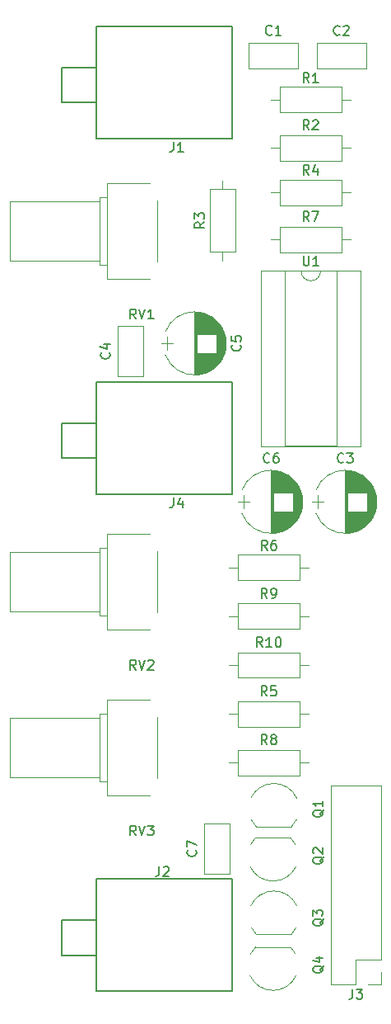
<source format=gbr>
G04 #@! TF.GenerationSoftware,KiCad,Pcbnew,(5.1.5)-3*
G04 #@! TF.CreationDate,2020-08-10T17:18:32-07:00*
G04 #@! TF.ProjectId,Notch_Filter_THT,4e6f7463-685f-4466-996c-7465725f5448,rev?*
G04 #@! TF.SameCoordinates,Original*
G04 #@! TF.FileFunction,Legend,Top*
G04 #@! TF.FilePolarity,Positive*
%FSLAX46Y46*%
G04 Gerber Fmt 4.6, Leading zero omitted, Abs format (unit mm)*
G04 Created by KiCad (PCBNEW (5.1.5)-3) date 2020-08-10 17:18:32*
%MOMM*%
%LPD*%
G04 APERTURE LIST*
%ADD10C,0.120000*%
%ADD11C,0.150000*%
G04 APERTURE END LIST*
D10*
X17980000Y-8000000D02*
X18870000Y-8000000D01*
X26180000Y-8000000D02*
X25290000Y-8000000D01*
X18870000Y-9310000D02*
X25290000Y-9310000D01*
X18870000Y-6690000D02*
X18870000Y-9310000D01*
X25290000Y-6690000D02*
X18870000Y-6690000D01*
X25290000Y-9310000D02*
X25290000Y-6690000D01*
X27238000Y-25534000D02*
X16958000Y-25534000D01*
X27238000Y-43554000D02*
X27238000Y-25534000D01*
X16958000Y-43554000D02*
X27238000Y-43554000D01*
X16958000Y-25534000D02*
X16958000Y-43554000D01*
X24748000Y-25594000D02*
X23098000Y-25594000D01*
X24748000Y-43494000D02*
X24748000Y-25594000D01*
X19448000Y-43494000D02*
X24748000Y-43494000D01*
X19448000Y-25594000D02*
X19448000Y-43494000D01*
X21098000Y-25594000D02*
X19448000Y-25594000D01*
X23098000Y-25594000D02*
G75*
G02X21098000Y-25594000I-1000000J0D01*
G01*
D11*
X0Y-88000000D02*
X14000000Y-88000000D01*
X14000000Y-88000000D02*
X14000000Y-99500000D01*
X14000000Y-99500000D02*
X0Y-99500000D01*
X0Y-99500000D02*
X0Y-88000000D01*
X0Y-92200000D02*
X-3500000Y-92200000D01*
X-3500000Y-92200000D02*
X-3500000Y-95800000D01*
X0Y-95800000D02*
X-3500000Y-95800000D01*
X0Y-500000D02*
X14000000Y-500000D01*
X14000000Y-500000D02*
X14000000Y-12000000D01*
X14000000Y-12000000D02*
X0Y-12000000D01*
X0Y-12000000D02*
X0Y-500000D01*
X0Y-4700000D02*
X-3500000Y-4700000D01*
X-3500000Y-4700000D02*
X-3500000Y-8300000D01*
X0Y-8300000D02*
X-3500000Y-8300000D01*
D10*
X29330000Y-98830000D02*
X28000000Y-98830000D01*
X29330000Y-97500000D02*
X29330000Y-98830000D01*
X26730000Y-98830000D02*
X24130000Y-98830000D01*
X26730000Y-96230000D02*
X26730000Y-98830000D01*
X29330000Y-96230000D02*
X26730000Y-96230000D01*
X24130000Y-98830000D02*
X24130000Y-78390000D01*
X29330000Y-96230000D02*
X29330000Y-78390000D01*
X29330000Y-78390000D02*
X24130000Y-78390000D01*
D11*
X0Y-44800000D02*
X-3500000Y-44800000D01*
X-3500000Y-41200000D02*
X-3500000Y-44800000D01*
X0Y-41200000D02*
X-3500000Y-41200000D01*
X0Y-48500000D02*
X0Y-37000000D01*
X14000000Y-48500000D02*
X0Y-48500000D01*
X14000000Y-37000000D02*
X14000000Y-48500000D01*
X0Y-37000000D02*
X14000000Y-37000000D01*
D10*
X16484000Y-82622000D02*
X20084000Y-82622000D01*
X15959816Y-81894795D02*
G75*
G03X16484000Y-82622000I2324184J1122795D01*
G01*
X15927600Y-79673193D02*
G75*
G02X18284000Y-78172000I2356400J-1098807D01*
G01*
X20640400Y-79673193D02*
G75*
G03X18284000Y-78172000I-2356400J-1098807D01*
G01*
X20608184Y-81894795D02*
G75*
G02X20084000Y-82622000I-2324184J1122795D01*
G01*
X15879816Y-84475205D02*
G75*
G02X16404000Y-83748000I2324184J-1122795D01*
G01*
X15847600Y-86696807D02*
G75*
G03X18204000Y-88198000I2356400J1098807D01*
G01*
X20560400Y-86696807D02*
G75*
G02X18204000Y-88198000I-2356400J1098807D01*
G01*
X20528184Y-84475205D02*
G75*
G03X20004000Y-83748000I-2324184J-1122795D01*
G01*
X20004000Y-83748000D02*
X16404000Y-83748000D01*
X16484000Y-93660000D02*
X20084000Y-93660000D01*
X15959816Y-92932795D02*
G75*
G03X16484000Y-93660000I2324184J1122795D01*
G01*
X15927600Y-90711193D02*
G75*
G02X18284000Y-89210000I2356400J-1098807D01*
G01*
X20640400Y-90711193D02*
G75*
G03X18284000Y-89210000I-2356400J-1098807D01*
G01*
X20608184Y-92932795D02*
G75*
G02X20084000Y-93660000I-2324184J1122795D01*
G01*
X15879816Y-95687205D02*
G75*
G02X16404000Y-94960000I2324184J-1122795D01*
G01*
X15847600Y-97908807D02*
G75*
G03X18204000Y-99410000I2356400J1098807D01*
G01*
X20560400Y-97908807D02*
G75*
G02X18204000Y-99410000I-2356400J1098807D01*
G01*
X20528184Y-95687205D02*
G75*
G03X20004000Y-94960000I-2324184J-1122795D01*
G01*
X20004000Y-94960000D02*
X16404000Y-94960000D01*
X20810000Y-4810000D02*
X15690000Y-4810000D01*
X20810000Y-2190000D02*
X15690000Y-2190000D01*
X20810000Y-4810000D02*
X20810000Y-2190000D01*
X15690000Y-4810000D02*
X15690000Y-2190000D01*
X27810000Y-4810000D02*
X22690000Y-4810000D01*
X27810000Y-2190000D02*
X22690000Y-2190000D01*
X27810000Y-4810000D02*
X27810000Y-2190000D01*
X22690000Y-4810000D02*
X22690000Y-2190000D01*
X22784000Y-48626000D02*
X22784000Y-49926000D01*
X22184000Y-49276000D02*
X23384000Y-49276000D01*
X28835000Y-48808000D02*
X28835000Y-49744000D01*
X28795000Y-48600000D02*
X28795000Y-49952000D01*
X28755000Y-48442000D02*
X28755000Y-50110000D01*
X28715000Y-48310000D02*
X28715000Y-50242000D01*
X28675000Y-48195000D02*
X28675000Y-50357000D01*
X28635000Y-48092000D02*
X28635000Y-50460000D01*
X28595000Y-47998000D02*
X28595000Y-50554000D01*
X28555000Y-47912000D02*
X28555000Y-50640000D01*
X28515000Y-47831000D02*
X28515000Y-50721000D01*
X28475000Y-47756000D02*
X28475000Y-50796000D01*
X28435000Y-47685000D02*
X28435000Y-50867000D01*
X28395000Y-47618000D02*
X28395000Y-50934000D01*
X28355000Y-47555000D02*
X28355000Y-50997000D01*
X28315000Y-47495000D02*
X28315000Y-51057000D01*
X28275000Y-47437000D02*
X28275000Y-51115000D01*
X28235000Y-47382000D02*
X28235000Y-51170000D01*
X28195000Y-47330000D02*
X28195000Y-51222000D01*
X28155000Y-47279000D02*
X28155000Y-51273000D01*
X28115000Y-47231000D02*
X28115000Y-51321000D01*
X28075000Y-47184000D02*
X28075000Y-51368000D01*
X28035000Y-47139000D02*
X28035000Y-51413000D01*
X27995000Y-47096000D02*
X27995000Y-51456000D01*
X27955000Y-47054000D02*
X27955000Y-51498000D01*
X27915000Y-47014000D02*
X27915000Y-51538000D01*
X27875000Y-46975000D02*
X27875000Y-51577000D01*
X27835000Y-50256000D02*
X27835000Y-51615000D01*
X27835000Y-46937000D02*
X27835000Y-48296000D01*
X27795000Y-50256000D02*
X27795000Y-51651000D01*
X27795000Y-46901000D02*
X27795000Y-48296000D01*
X27755000Y-50256000D02*
X27755000Y-51687000D01*
X27755000Y-46865000D02*
X27755000Y-48296000D01*
X27715000Y-50256000D02*
X27715000Y-51721000D01*
X27715000Y-46831000D02*
X27715000Y-48296000D01*
X27675000Y-50256000D02*
X27675000Y-51754000D01*
X27675000Y-46798000D02*
X27675000Y-48296000D01*
X27635000Y-50256000D02*
X27635000Y-51786000D01*
X27635000Y-46766000D02*
X27635000Y-48296000D01*
X27595000Y-50256000D02*
X27595000Y-51816000D01*
X27595000Y-46736000D02*
X27595000Y-48296000D01*
X27555000Y-50256000D02*
X27555000Y-51846000D01*
X27555000Y-46706000D02*
X27555000Y-48296000D01*
X27515000Y-50256000D02*
X27515000Y-51875000D01*
X27515000Y-46677000D02*
X27515000Y-48296000D01*
X27475000Y-50256000D02*
X27475000Y-51903000D01*
X27475000Y-46649000D02*
X27475000Y-48296000D01*
X27435000Y-50256000D02*
X27435000Y-51930000D01*
X27435000Y-46622000D02*
X27435000Y-48296000D01*
X27395000Y-50256000D02*
X27395000Y-51957000D01*
X27395000Y-46595000D02*
X27395000Y-48296000D01*
X27355000Y-50256000D02*
X27355000Y-51982000D01*
X27355000Y-46570000D02*
X27355000Y-48296000D01*
X27315000Y-50256000D02*
X27315000Y-52007000D01*
X27315000Y-46545000D02*
X27315000Y-48296000D01*
X27275000Y-50256000D02*
X27275000Y-52031000D01*
X27275000Y-46521000D02*
X27275000Y-48296000D01*
X27235000Y-50256000D02*
X27235000Y-52054000D01*
X27235000Y-46498000D02*
X27235000Y-48296000D01*
X27195000Y-50256000D02*
X27195000Y-52076000D01*
X27195000Y-46476000D02*
X27195000Y-48296000D01*
X27155000Y-50256000D02*
X27155000Y-52098000D01*
X27155000Y-46454000D02*
X27155000Y-48296000D01*
X27115000Y-50256000D02*
X27115000Y-52119000D01*
X27115000Y-46433000D02*
X27115000Y-48296000D01*
X27075000Y-50256000D02*
X27075000Y-52139000D01*
X27075000Y-46413000D02*
X27075000Y-48296000D01*
X27035000Y-50256000D02*
X27035000Y-52158000D01*
X27035000Y-46394000D02*
X27035000Y-48296000D01*
X26995000Y-50256000D02*
X26995000Y-52177000D01*
X26995000Y-46375000D02*
X26995000Y-48296000D01*
X26955000Y-50256000D02*
X26955000Y-52195000D01*
X26955000Y-46357000D02*
X26955000Y-48296000D01*
X26915000Y-50256000D02*
X26915000Y-52213000D01*
X26915000Y-46339000D02*
X26915000Y-48296000D01*
X26875000Y-50256000D02*
X26875000Y-52230000D01*
X26875000Y-46322000D02*
X26875000Y-48296000D01*
X26835000Y-50256000D02*
X26835000Y-52246000D01*
X26835000Y-46306000D02*
X26835000Y-48296000D01*
X26795000Y-50256000D02*
X26795000Y-52262000D01*
X26795000Y-46290000D02*
X26795000Y-48296000D01*
X26755000Y-50256000D02*
X26755000Y-52277000D01*
X26755000Y-46275000D02*
X26755000Y-48296000D01*
X26715000Y-50256000D02*
X26715000Y-52291000D01*
X26715000Y-46261000D02*
X26715000Y-48296000D01*
X26675000Y-50256000D02*
X26675000Y-52305000D01*
X26675000Y-46247000D02*
X26675000Y-48296000D01*
X26635000Y-50256000D02*
X26635000Y-52318000D01*
X26635000Y-46234000D02*
X26635000Y-48296000D01*
X26595000Y-50256000D02*
X26595000Y-52331000D01*
X26595000Y-46221000D02*
X26595000Y-48296000D01*
X26555000Y-50256000D02*
X26555000Y-52343000D01*
X26555000Y-46209000D02*
X26555000Y-48296000D01*
X26515000Y-50256000D02*
X26515000Y-52355000D01*
X26515000Y-46197000D02*
X26515000Y-48296000D01*
X26475000Y-50256000D02*
X26475000Y-52366000D01*
X26475000Y-46186000D02*
X26475000Y-48296000D01*
X26435000Y-50256000D02*
X26435000Y-52376000D01*
X26435000Y-46176000D02*
X26435000Y-48296000D01*
X26395000Y-50256000D02*
X26395000Y-52386000D01*
X26395000Y-46166000D02*
X26395000Y-48296000D01*
X26355000Y-50256000D02*
X26355000Y-52395000D01*
X26355000Y-46157000D02*
X26355000Y-48296000D01*
X26314000Y-50256000D02*
X26314000Y-52404000D01*
X26314000Y-46148000D02*
X26314000Y-48296000D01*
X26274000Y-50256000D02*
X26274000Y-52413000D01*
X26274000Y-46139000D02*
X26274000Y-48296000D01*
X26234000Y-50256000D02*
X26234000Y-52420000D01*
X26234000Y-46132000D02*
X26234000Y-48296000D01*
X26194000Y-50256000D02*
X26194000Y-52428000D01*
X26194000Y-46124000D02*
X26194000Y-48296000D01*
X26154000Y-50256000D02*
X26154000Y-52434000D01*
X26154000Y-46118000D02*
X26154000Y-48296000D01*
X26114000Y-50256000D02*
X26114000Y-52441000D01*
X26114000Y-46111000D02*
X26114000Y-48296000D01*
X26074000Y-50256000D02*
X26074000Y-52446000D01*
X26074000Y-46106000D02*
X26074000Y-48296000D01*
X26034000Y-50256000D02*
X26034000Y-52452000D01*
X26034000Y-46100000D02*
X26034000Y-48296000D01*
X25994000Y-50256000D02*
X25994000Y-52456000D01*
X25994000Y-46096000D02*
X25994000Y-48296000D01*
X25954000Y-50256000D02*
X25954000Y-52461000D01*
X25954000Y-46091000D02*
X25954000Y-48296000D01*
X25914000Y-50256000D02*
X25914000Y-52464000D01*
X25914000Y-46088000D02*
X25914000Y-48296000D01*
X25874000Y-46084000D02*
X25874000Y-52468000D01*
X25834000Y-46082000D02*
X25834000Y-52470000D01*
X25794000Y-46079000D02*
X25794000Y-52473000D01*
X25754000Y-46078000D02*
X25754000Y-52474000D01*
X25714000Y-46076000D02*
X25714000Y-52476000D01*
X25674000Y-46076000D02*
X25674000Y-52476000D01*
X25634000Y-46076000D02*
X25634000Y-52476000D01*
X28651820Y-50455136D02*
G75*
G03X28651482Y-48096000I-3017820J1179136D01*
G01*
X28651820Y-50455136D02*
G75*
G02X22616518Y-50456000I-3017820J1179136D01*
G01*
X28651820Y-48096864D02*
G75*
G03X22616518Y-48096000I-3017820J-1179136D01*
G01*
X2246000Y-31242000D02*
X4866000Y-31242000D01*
X2246000Y-36362000D02*
X4866000Y-36362000D01*
X4866000Y-36362000D02*
X4866000Y-31242000D01*
X2246000Y-36362000D02*
X2246000Y-31242000D01*
X13157820Y-31840864D02*
G75*
G03X7122518Y-31840000I-3017820J-1179136D01*
G01*
X13157820Y-34199136D02*
G75*
G02X7122518Y-34200000I-3017820J1179136D01*
G01*
X13157820Y-34199136D02*
G75*
G03X13157482Y-31840000I-3017820J1179136D01*
G01*
X10140000Y-29820000D02*
X10140000Y-36220000D01*
X10180000Y-29820000D02*
X10180000Y-36220000D01*
X10220000Y-29820000D02*
X10220000Y-36220000D01*
X10260000Y-29822000D02*
X10260000Y-36218000D01*
X10300000Y-29823000D02*
X10300000Y-36217000D01*
X10340000Y-29826000D02*
X10340000Y-36214000D01*
X10380000Y-29828000D02*
X10380000Y-36212000D01*
X10420000Y-29832000D02*
X10420000Y-32040000D01*
X10420000Y-34000000D02*
X10420000Y-36208000D01*
X10460000Y-29835000D02*
X10460000Y-32040000D01*
X10460000Y-34000000D02*
X10460000Y-36205000D01*
X10500000Y-29840000D02*
X10500000Y-32040000D01*
X10500000Y-34000000D02*
X10500000Y-36200000D01*
X10540000Y-29844000D02*
X10540000Y-32040000D01*
X10540000Y-34000000D02*
X10540000Y-36196000D01*
X10580000Y-29850000D02*
X10580000Y-32040000D01*
X10580000Y-34000000D02*
X10580000Y-36190000D01*
X10620000Y-29855000D02*
X10620000Y-32040000D01*
X10620000Y-34000000D02*
X10620000Y-36185000D01*
X10660000Y-29862000D02*
X10660000Y-32040000D01*
X10660000Y-34000000D02*
X10660000Y-36178000D01*
X10700000Y-29868000D02*
X10700000Y-32040000D01*
X10700000Y-34000000D02*
X10700000Y-36172000D01*
X10740000Y-29876000D02*
X10740000Y-32040000D01*
X10740000Y-34000000D02*
X10740000Y-36164000D01*
X10780000Y-29883000D02*
X10780000Y-32040000D01*
X10780000Y-34000000D02*
X10780000Y-36157000D01*
X10820000Y-29892000D02*
X10820000Y-32040000D01*
X10820000Y-34000000D02*
X10820000Y-36148000D01*
X10861000Y-29901000D02*
X10861000Y-32040000D01*
X10861000Y-34000000D02*
X10861000Y-36139000D01*
X10901000Y-29910000D02*
X10901000Y-32040000D01*
X10901000Y-34000000D02*
X10901000Y-36130000D01*
X10941000Y-29920000D02*
X10941000Y-32040000D01*
X10941000Y-34000000D02*
X10941000Y-36120000D01*
X10981000Y-29930000D02*
X10981000Y-32040000D01*
X10981000Y-34000000D02*
X10981000Y-36110000D01*
X11021000Y-29941000D02*
X11021000Y-32040000D01*
X11021000Y-34000000D02*
X11021000Y-36099000D01*
X11061000Y-29953000D02*
X11061000Y-32040000D01*
X11061000Y-34000000D02*
X11061000Y-36087000D01*
X11101000Y-29965000D02*
X11101000Y-32040000D01*
X11101000Y-34000000D02*
X11101000Y-36075000D01*
X11141000Y-29978000D02*
X11141000Y-32040000D01*
X11141000Y-34000000D02*
X11141000Y-36062000D01*
X11181000Y-29991000D02*
X11181000Y-32040000D01*
X11181000Y-34000000D02*
X11181000Y-36049000D01*
X11221000Y-30005000D02*
X11221000Y-32040000D01*
X11221000Y-34000000D02*
X11221000Y-36035000D01*
X11261000Y-30019000D02*
X11261000Y-32040000D01*
X11261000Y-34000000D02*
X11261000Y-36021000D01*
X11301000Y-30034000D02*
X11301000Y-32040000D01*
X11301000Y-34000000D02*
X11301000Y-36006000D01*
X11341000Y-30050000D02*
X11341000Y-32040000D01*
X11341000Y-34000000D02*
X11341000Y-35990000D01*
X11381000Y-30066000D02*
X11381000Y-32040000D01*
X11381000Y-34000000D02*
X11381000Y-35974000D01*
X11421000Y-30083000D02*
X11421000Y-32040000D01*
X11421000Y-34000000D02*
X11421000Y-35957000D01*
X11461000Y-30101000D02*
X11461000Y-32040000D01*
X11461000Y-34000000D02*
X11461000Y-35939000D01*
X11501000Y-30119000D02*
X11501000Y-32040000D01*
X11501000Y-34000000D02*
X11501000Y-35921000D01*
X11541000Y-30138000D02*
X11541000Y-32040000D01*
X11541000Y-34000000D02*
X11541000Y-35902000D01*
X11581000Y-30157000D02*
X11581000Y-32040000D01*
X11581000Y-34000000D02*
X11581000Y-35883000D01*
X11621000Y-30177000D02*
X11621000Y-32040000D01*
X11621000Y-34000000D02*
X11621000Y-35863000D01*
X11661000Y-30198000D02*
X11661000Y-32040000D01*
X11661000Y-34000000D02*
X11661000Y-35842000D01*
X11701000Y-30220000D02*
X11701000Y-32040000D01*
X11701000Y-34000000D02*
X11701000Y-35820000D01*
X11741000Y-30242000D02*
X11741000Y-32040000D01*
X11741000Y-34000000D02*
X11741000Y-35798000D01*
X11781000Y-30265000D02*
X11781000Y-32040000D01*
X11781000Y-34000000D02*
X11781000Y-35775000D01*
X11821000Y-30289000D02*
X11821000Y-32040000D01*
X11821000Y-34000000D02*
X11821000Y-35751000D01*
X11861000Y-30314000D02*
X11861000Y-32040000D01*
X11861000Y-34000000D02*
X11861000Y-35726000D01*
X11901000Y-30339000D02*
X11901000Y-32040000D01*
X11901000Y-34000000D02*
X11901000Y-35701000D01*
X11941000Y-30366000D02*
X11941000Y-32040000D01*
X11941000Y-34000000D02*
X11941000Y-35674000D01*
X11981000Y-30393000D02*
X11981000Y-32040000D01*
X11981000Y-34000000D02*
X11981000Y-35647000D01*
X12021000Y-30421000D02*
X12021000Y-32040000D01*
X12021000Y-34000000D02*
X12021000Y-35619000D01*
X12061000Y-30450000D02*
X12061000Y-32040000D01*
X12061000Y-34000000D02*
X12061000Y-35590000D01*
X12101000Y-30480000D02*
X12101000Y-32040000D01*
X12101000Y-34000000D02*
X12101000Y-35560000D01*
X12141000Y-30510000D02*
X12141000Y-32040000D01*
X12141000Y-34000000D02*
X12141000Y-35530000D01*
X12181000Y-30542000D02*
X12181000Y-32040000D01*
X12181000Y-34000000D02*
X12181000Y-35498000D01*
X12221000Y-30575000D02*
X12221000Y-32040000D01*
X12221000Y-34000000D02*
X12221000Y-35465000D01*
X12261000Y-30609000D02*
X12261000Y-32040000D01*
X12261000Y-34000000D02*
X12261000Y-35431000D01*
X12301000Y-30645000D02*
X12301000Y-32040000D01*
X12301000Y-34000000D02*
X12301000Y-35395000D01*
X12341000Y-30681000D02*
X12341000Y-32040000D01*
X12341000Y-34000000D02*
X12341000Y-35359000D01*
X12381000Y-30719000D02*
X12381000Y-35321000D01*
X12421000Y-30758000D02*
X12421000Y-35282000D01*
X12461000Y-30798000D02*
X12461000Y-35242000D01*
X12501000Y-30840000D02*
X12501000Y-35200000D01*
X12541000Y-30883000D02*
X12541000Y-35157000D01*
X12581000Y-30928000D02*
X12581000Y-35112000D01*
X12621000Y-30975000D02*
X12621000Y-35065000D01*
X12661000Y-31023000D02*
X12661000Y-35017000D01*
X12701000Y-31074000D02*
X12701000Y-34966000D01*
X12741000Y-31126000D02*
X12741000Y-34914000D01*
X12781000Y-31181000D02*
X12781000Y-34859000D01*
X12821000Y-31239000D02*
X12821000Y-34801000D01*
X12861000Y-31299000D02*
X12861000Y-34741000D01*
X12901000Y-31362000D02*
X12901000Y-34678000D01*
X12941000Y-31429000D02*
X12941000Y-34611000D01*
X12981000Y-31500000D02*
X12981000Y-34540000D01*
X13021000Y-31575000D02*
X13021000Y-34465000D01*
X13061000Y-31656000D02*
X13061000Y-34384000D01*
X13101000Y-31742000D02*
X13101000Y-34298000D01*
X13141000Y-31836000D02*
X13141000Y-34204000D01*
X13181000Y-31939000D02*
X13181000Y-34101000D01*
X13221000Y-32054000D02*
X13221000Y-33986000D01*
X13261000Y-32186000D02*
X13261000Y-33854000D01*
X13301000Y-32344000D02*
X13301000Y-33696000D01*
X13341000Y-32552000D02*
X13341000Y-33488000D01*
X6690000Y-33020000D02*
X7890000Y-33020000D01*
X7290000Y-32370000D02*
X7290000Y-33670000D01*
X15164000Y-48626000D02*
X15164000Y-49926000D01*
X14564000Y-49276000D02*
X15764000Y-49276000D01*
X21215000Y-48808000D02*
X21215000Y-49744000D01*
X21175000Y-48600000D02*
X21175000Y-49952000D01*
X21135000Y-48442000D02*
X21135000Y-50110000D01*
X21095000Y-48310000D02*
X21095000Y-50242000D01*
X21055000Y-48195000D02*
X21055000Y-50357000D01*
X21015000Y-48092000D02*
X21015000Y-50460000D01*
X20975000Y-47998000D02*
X20975000Y-50554000D01*
X20935000Y-47912000D02*
X20935000Y-50640000D01*
X20895000Y-47831000D02*
X20895000Y-50721000D01*
X20855000Y-47756000D02*
X20855000Y-50796000D01*
X20815000Y-47685000D02*
X20815000Y-50867000D01*
X20775000Y-47618000D02*
X20775000Y-50934000D01*
X20735000Y-47555000D02*
X20735000Y-50997000D01*
X20695000Y-47495000D02*
X20695000Y-51057000D01*
X20655000Y-47437000D02*
X20655000Y-51115000D01*
X20615000Y-47382000D02*
X20615000Y-51170000D01*
X20575000Y-47330000D02*
X20575000Y-51222000D01*
X20535000Y-47279000D02*
X20535000Y-51273000D01*
X20495000Y-47231000D02*
X20495000Y-51321000D01*
X20455000Y-47184000D02*
X20455000Y-51368000D01*
X20415000Y-47139000D02*
X20415000Y-51413000D01*
X20375000Y-47096000D02*
X20375000Y-51456000D01*
X20335000Y-47054000D02*
X20335000Y-51498000D01*
X20295000Y-47014000D02*
X20295000Y-51538000D01*
X20255000Y-46975000D02*
X20255000Y-51577000D01*
X20215000Y-50256000D02*
X20215000Y-51615000D01*
X20215000Y-46937000D02*
X20215000Y-48296000D01*
X20175000Y-50256000D02*
X20175000Y-51651000D01*
X20175000Y-46901000D02*
X20175000Y-48296000D01*
X20135000Y-50256000D02*
X20135000Y-51687000D01*
X20135000Y-46865000D02*
X20135000Y-48296000D01*
X20095000Y-50256000D02*
X20095000Y-51721000D01*
X20095000Y-46831000D02*
X20095000Y-48296000D01*
X20055000Y-50256000D02*
X20055000Y-51754000D01*
X20055000Y-46798000D02*
X20055000Y-48296000D01*
X20015000Y-50256000D02*
X20015000Y-51786000D01*
X20015000Y-46766000D02*
X20015000Y-48296000D01*
X19975000Y-50256000D02*
X19975000Y-51816000D01*
X19975000Y-46736000D02*
X19975000Y-48296000D01*
X19935000Y-50256000D02*
X19935000Y-51846000D01*
X19935000Y-46706000D02*
X19935000Y-48296000D01*
X19895000Y-50256000D02*
X19895000Y-51875000D01*
X19895000Y-46677000D02*
X19895000Y-48296000D01*
X19855000Y-50256000D02*
X19855000Y-51903000D01*
X19855000Y-46649000D02*
X19855000Y-48296000D01*
X19815000Y-50256000D02*
X19815000Y-51930000D01*
X19815000Y-46622000D02*
X19815000Y-48296000D01*
X19775000Y-50256000D02*
X19775000Y-51957000D01*
X19775000Y-46595000D02*
X19775000Y-48296000D01*
X19735000Y-50256000D02*
X19735000Y-51982000D01*
X19735000Y-46570000D02*
X19735000Y-48296000D01*
X19695000Y-50256000D02*
X19695000Y-52007000D01*
X19695000Y-46545000D02*
X19695000Y-48296000D01*
X19655000Y-50256000D02*
X19655000Y-52031000D01*
X19655000Y-46521000D02*
X19655000Y-48296000D01*
X19615000Y-50256000D02*
X19615000Y-52054000D01*
X19615000Y-46498000D02*
X19615000Y-48296000D01*
X19575000Y-50256000D02*
X19575000Y-52076000D01*
X19575000Y-46476000D02*
X19575000Y-48296000D01*
X19535000Y-50256000D02*
X19535000Y-52098000D01*
X19535000Y-46454000D02*
X19535000Y-48296000D01*
X19495000Y-50256000D02*
X19495000Y-52119000D01*
X19495000Y-46433000D02*
X19495000Y-48296000D01*
X19455000Y-50256000D02*
X19455000Y-52139000D01*
X19455000Y-46413000D02*
X19455000Y-48296000D01*
X19415000Y-50256000D02*
X19415000Y-52158000D01*
X19415000Y-46394000D02*
X19415000Y-48296000D01*
X19375000Y-50256000D02*
X19375000Y-52177000D01*
X19375000Y-46375000D02*
X19375000Y-48296000D01*
X19335000Y-50256000D02*
X19335000Y-52195000D01*
X19335000Y-46357000D02*
X19335000Y-48296000D01*
X19295000Y-50256000D02*
X19295000Y-52213000D01*
X19295000Y-46339000D02*
X19295000Y-48296000D01*
X19255000Y-50256000D02*
X19255000Y-52230000D01*
X19255000Y-46322000D02*
X19255000Y-48296000D01*
X19215000Y-50256000D02*
X19215000Y-52246000D01*
X19215000Y-46306000D02*
X19215000Y-48296000D01*
X19175000Y-50256000D02*
X19175000Y-52262000D01*
X19175000Y-46290000D02*
X19175000Y-48296000D01*
X19135000Y-50256000D02*
X19135000Y-52277000D01*
X19135000Y-46275000D02*
X19135000Y-48296000D01*
X19095000Y-50256000D02*
X19095000Y-52291000D01*
X19095000Y-46261000D02*
X19095000Y-48296000D01*
X19055000Y-50256000D02*
X19055000Y-52305000D01*
X19055000Y-46247000D02*
X19055000Y-48296000D01*
X19015000Y-50256000D02*
X19015000Y-52318000D01*
X19015000Y-46234000D02*
X19015000Y-48296000D01*
X18975000Y-50256000D02*
X18975000Y-52331000D01*
X18975000Y-46221000D02*
X18975000Y-48296000D01*
X18935000Y-50256000D02*
X18935000Y-52343000D01*
X18935000Y-46209000D02*
X18935000Y-48296000D01*
X18895000Y-50256000D02*
X18895000Y-52355000D01*
X18895000Y-46197000D02*
X18895000Y-48296000D01*
X18855000Y-50256000D02*
X18855000Y-52366000D01*
X18855000Y-46186000D02*
X18855000Y-48296000D01*
X18815000Y-50256000D02*
X18815000Y-52376000D01*
X18815000Y-46176000D02*
X18815000Y-48296000D01*
X18775000Y-50256000D02*
X18775000Y-52386000D01*
X18775000Y-46166000D02*
X18775000Y-48296000D01*
X18735000Y-50256000D02*
X18735000Y-52395000D01*
X18735000Y-46157000D02*
X18735000Y-48296000D01*
X18694000Y-50256000D02*
X18694000Y-52404000D01*
X18694000Y-46148000D02*
X18694000Y-48296000D01*
X18654000Y-50256000D02*
X18654000Y-52413000D01*
X18654000Y-46139000D02*
X18654000Y-48296000D01*
X18614000Y-50256000D02*
X18614000Y-52420000D01*
X18614000Y-46132000D02*
X18614000Y-48296000D01*
X18574000Y-50256000D02*
X18574000Y-52428000D01*
X18574000Y-46124000D02*
X18574000Y-48296000D01*
X18534000Y-50256000D02*
X18534000Y-52434000D01*
X18534000Y-46118000D02*
X18534000Y-48296000D01*
X18494000Y-50256000D02*
X18494000Y-52441000D01*
X18494000Y-46111000D02*
X18494000Y-48296000D01*
X18454000Y-50256000D02*
X18454000Y-52446000D01*
X18454000Y-46106000D02*
X18454000Y-48296000D01*
X18414000Y-50256000D02*
X18414000Y-52452000D01*
X18414000Y-46100000D02*
X18414000Y-48296000D01*
X18374000Y-50256000D02*
X18374000Y-52456000D01*
X18374000Y-46096000D02*
X18374000Y-48296000D01*
X18334000Y-50256000D02*
X18334000Y-52461000D01*
X18334000Y-46091000D02*
X18334000Y-48296000D01*
X18294000Y-50256000D02*
X18294000Y-52464000D01*
X18294000Y-46088000D02*
X18294000Y-48296000D01*
X18254000Y-46084000D02*
X18254000Y-52468000D01*
X18214000Y-46082000D02*
X18214000Y-52470000D01*
X18174000Y-46079000D02*
X18174000Y-52473000D01*
X18134000Y-46078000D02*
X18134000Y-52474000D01*
X18094000Y-46076000D02*
X18094000Y-52476000D01*
X18054000Y-46076000D02*
X18054000Y-52476000D01*
X18014000Y-46076000D02*
X18014000Y-52476000D01*
X21031820Y-50455136D02*
G75*
G03X21031482Y-48096000I-3017820J1179136D01*
G01*
X21031820Y-50455136D02*
G75*
G02X14996518Y-50456000I-3017820J1179136D01*
G01*
X21031820Y-48096864D02*
G75*
G03X14996518Y-48096000I-3017820J-1179136D01*
G01*
X11136000Y-82296000D02*
X13756000Y-82296000D01*
X11136000Y-87416000D02*
X13756000Y-87416000D01*
X13756000Y-87416000D02*
X13756000Y-82296000D01*
X11136000Y-87416000D02*
X11136000Y-82296000D01*
X26180000Y-12954000D02*
X25290000Y-12954000D01*
X17980000Y-12954000D02*
X18870000Y-12954000D01*
X25290000Y-11644000D02*
X18870000Y-11644000D01*
X25290000Y-14264000D02*
X25290000Y-11644000D01*
X18870000Y-14264000D02*
X25290000Y-14264000D01*
X18870000Y-11644000D02*
X18870000Y-14264000D01*
X13000000Y-16320000D02*
X13000000Y-17210000D01*
X13000000Y-24520000D02*
X13000000Y-23630000D01*
X11690000Y-17210000D02*
X11690000Y-23630000D01*
X14310000Y-17210000D02*
X11690000Y-17210000D01*
X14310000Y-23630000D02*
X14310000Y-17210000D01*
X11690000Y-23630000D02*
X14310000Y-23630000D01*
X25290000Y-18836000D02*
X25290000Y-16216000D01*
X25290000Y-16216000D02*
X18870000Y-16216000D01*
X18870000Y-16216000D02*
X18870000Y-18836000D01*
X18870000Y-18836000D02*
X25290000Y-18836000D01*
X26180000Y-17526000D02*
X25290000Y-17526000D01*
X17980000Y-17526000D02*
X18870000Y-17526000D01*
X13662000Y-71030000D02*
X14552000Y-71030000D01*
X21862000Y-71030000D02*
X20972000Y-71030000D01*
X14552000Y-72340000D02*
X20972000Y-72340000D01*
X14552000Y-69720000D02*
X14552000Y-72340000D01*
X20972000Y-69720000D02*
X14552000Y-69720000D01*
X20972000Y-72340000D02*
X20972000Y-69720000D01*
X20972000Y-57340000D02*
X20972000Y-54720000D01*
X20972000Y-54720000D02*
X14552000Y-54720000D01*
X14552000Y-54720000D02*
X14552000Y-57340000D01*
X14552000Y-57340000D02*
X20972000Y-57340000D01*
X21862000Y-56030000D02*
X20972000Y-56030000D01*
X13662000Y-56030000D02*
X14552000Y-56030000D01*
X18870000Y-21042000D02*
X18870000Y-23662000D01*
X18870000Y-23662000D02*
X25290000Y-23662000D01*
X25290000Y-23662000D02*
X25290000Y-21042000D01*
X25290000Y-21042000D02*
X18870000Y-21042000D01*
X17980000Y-22352000D02*
X18870000Y-22352000D01*
X26180000Y-22352000D02*
X25290000Y-22352000D01*
X14552000Y-74720000D02*
X14552000Y-77340000D01*
X14552000Y-77340000D02*
X20972000Y-77340000D01*
X20972000Y-77340000D02*
X20972000Y-74720000D01*
X20972000Y-74720000D02*
X14552000Y-74720000D01*
X13662000Y-76030000D02*
X14552000Y-76030000D01*
X21862000Y-76030000D02*
X20972000Y-76030000D01*
X21862000Y-61030000D02*
X20972000Y-61030000D01*
X13662000Y-61030000D02*
X14552000Y-61030000D01*
X20972000Y-59720000D02*
X14552000Y-59720000D01*
X20972000Y-62340000D02*
X20972000Y-59720000D01*
X14552000Y-62340000D02*
X20972000Y-62340000D01*
X14552000Y-59720000D02*
X14552000Y-62340000D01*
X14552000Y-64720000D02*
X14552000Y-67340000D01*
X14552000Y-67340000D02*
X20972000Y-67340000D01*
X20972000Y-67340000D02*
X20972000Y-64720000D01*
X20972000Y-64720000D02*
X14552000Y-64720000D01*
X13662000Y-66030000D02*
X14552000Y-66030000D01*
X21862000Y-66030000D02*
X20972000Y-66030000D01*
X5505000Y-26410000D02*
X1140000Y-26410000D01*
X5505000Y-16590000D02*
X1140000Y-16590000D01*
X6260000Y-24625000D02*
X6260000Y-18375000D01*
X1140000Y-26410000D02*
X1140000Y-16590000D01*
X1140000Y-24960000D02*
X340000Y-24960000D01*
X1140000Y-18040000D02*
X340000Y-18040000D01*
X1140000Y-24960000D02*
X1140000Y-18040000D01*
X340000Y-24960000D02*
X340000Y-18040000D01*
X340000Y-24560000D02*
X-8860000Y-24560000D01*
X340000Y-18440000D02*
X-8860000Y-18440000D01*
X340000Y-24560000D02*
X340000Y-18440000D01*
X-8860000Y-24560000D02*
X-8860000Y-18440000D01*
X-8860000Y-60560000D02*
X-8860000Y-54440000D01*
X340000Y-60560000D02*
X340000Y-54440000D01*
X340000Y-54440000D02*
X-8860000Y-54440000D01*
X340000Y-60560000D02*
X-8860000Y-60560000D01*
X340000Y-60960000D02*
X340000Y-54040000D01*
X1140000Y-60960000D02*
X1140000Y-54040000D01*
X1140000Y-54040000D02*
X340000Y-54040000D01*
X1140000Y-60960000D02*
X340000Y-60960000D01*
X1140000Y-62410000D02*
X1140000Y-52590000D01*
X6260000Y-60625000D02*
X6260000Y-54375000D01*
X5505000Y-52590000D02*
X1140000Y-52590000D01*
X5505000Y-62410000D02*
X1140000Y-62410000D01*
X-8860000Y-77560000D02*
X-8860000Y-71440000D01*
X340000Y-77560000D02*
X340000Y-71440000D01*
X340000Y-71440000D02*
X-8860000Y-71440000D01*
X340000Y-77560000D02*
X-8860000Y-77560000D01*
X340000Y-77960000D02*
X340000Y-71040000D01*
X1140000Y-77960000D02*
X1140000Y-71040000D01*
X1140000Y-71040000D02*
X340000Y-71040000D01*
X1140000Y-77960000D02*
X340000Y-77960000D01*
X1140000Y-79410000D02*
X1140000Y-69590000D01*
X6260000Y-77625000D02*
X6260000Y-71375000D01*
X5505000Y-69590000D02*
X1140000Y-69590000D01*
X5505000Y-79410000D02*
X1140000Y-79410000D01*
D11*
X21913333Y-6251200D02*
X21580000Y-5775010D01*
X21341904Y-6251200D02*
X21341904Y-5251200D01*
X21722857Y-5251200D01*
X21818095Y-5298820D01*
X21865714Y-5346439D01*
X21913333Y-5441677D01*
X21913333Y-5584534D01*
X21865714Y-5679772D01*
X21818095Y-5727391D01*
X21722857Y-5775010D01*
X21341904Y-5775010D01*
X22865714Y-6251200D02*
X22294285Y-6251200D01*
X22580000Y-6251200D02*
X22580000Y-5251200D01*
X22484761Y-5394058D01*
X22389523Y-5489296D01*
X22294285Y-5536915D01*
X21336095Y-24046380D02*
X21336095Y-24855904D01*
X21383714Y-24951142D01*
X21431333Y-24998761D01*
X21526571Y-25046380D01*
X21717047Y-25046380D01*
X21812285Y-24998761D01*
X21859904Y-24951142D01*
X21907523Y-24855904D01*
X21907523Y-24046380D01*
X22907523Y-25046380D02*
X22336095Y-25046380D01*
X22621809Y-25046380D02*
X22621809Y-24046380D01*
X22526571Y-24189238D01*
X22431333Y-24284476D01*
X22336095Y-24332095D01*
X6504346Y-86696300D02*
X6504346Y-87410586D01*
X6456727Y-87553443D01*
X6361489Y-87648681D01*
X6218632Y-87696300D01*
X6123394Y-87696300D01*
X6932918Y-86791539D02*
X6980537Y-86743920D01*
X7075775Y-86696300D01*
X7313870Y-86696300D01*
X7409108Y-86743920D01*
X7456727Y-86791539D01*
X7504346Y-86886777D01*
X7504346Y-86982015D01*
X7456727Y-87124872D01*
X6885299Y-87696300D01*
X7504346Y-87696300D01*
X7985166Y-12365880D02*
X7985166Y-13080166D01*
X7937547Y-13223023D01*
X7842309Y-13318261D01*
X7699452Y-13365880D01*
X7604214Y-13365880D01*
X8985166Y-13365880D02*
X8413738Y-13365880D01*
X8699452Y-13365880D02*
X8699452Y-12365880D01*
X8604214Y-12508738D01*
X8508976Y-12603976D01*
X8413738Y-12651595D01*
X26396666Y-99282380D02*
X26396666Y-99996666D01*
X26349047Y-100139523D01*
X26253809Y-100234761D01*
X26110952Y-100282380D01*
X26015714Y-100282380D01*
X26777619Y-99282380D02*
X27396666Y-99282380D01*
X27063333Y-99663333D01*
X27206190Y-99663333D01*
X27301428Y-99710952D01*
X27349047Y-99758571D01*
X27396666Y-99853809D01*
X27396666Y-100091904D01*
X27349047Y-100187142D01*
X27301428Y-100234761D01*
X27206190Y-100282380D01*
X26920476Y-100282380D01*
X26825238Y-100234761D01*
X26777619Y-100187142D01*
X7985166Y-48865880D02*
X7985166Y-49580166D01*
X7937547Y-49723023D01*
X7842309Y-49818261D01*
X7699452Y-49865880D01*
X7604214Y-49865880D01*
X8889928Y-49199214D02*
X8889928Y-49865880D01*
X8651833Y-48818261D02*
X8413738Y-49532547D01*
X9032785Y-49532547D01*
X23407619Y-80867238D02*
X23360000Y-80962476D01*
X23264761Y-81057714D01*
X23121904Y-81200571D01*
X23074285Y-81295809D01*
X23074285Y-81391047D01*
X23312380Y-81343428D02*
X23264761Y-81438666D01*
X23169523Y-81533904D01*
X22979047Y-81581523D01*
X22645714Y-81581523D01*
X22455238Y-81533904D01*
X22360000Y-81438666D01*
X22312380Y-81343428D01*
X22312380Y-81152952D01*
X22360000Y-81057714D01*
X22455238Y-80962476D01*
X22645714Y-80914857D01*
X22979047Y-80914857D01*
X23169523Y-80962476D01*
X23264761Y-81057714D01*
X23312380Y-81152952D01*
X23312380Y-81343428D01*
X23312380Y-79962476D02*
X23312380Y-80533904D01*
X23312380Y-80248190D02*
X22312380Y-80248190D01*
X22455238Y-80343428D01*
X22550476Y-80438666D01*
X22598095Y-80533904D01*
X23407619Y-85687238D02*
X23360000Y-85782476D01*
X23264761Y-85877714D01*
X23121904Y-86020571D01*
X23074285Y-86115809D01*
X23074285Y-86211047D01*
X23312380Y-86163428D02*
X23264761Y-86258666D01*
X23169523Y-86353904D01*
X22979047Y-86401523D01*
X22645714Y-86401523D01*
X22455238Y-86353904D01*
X22360000Y-86258666D01*
X22312380Y-86163428D01*
X22312380Y-85972952D01*
X22360000Y-85877714D01*
X22455238Y-85782476D01*
X22645714Y-85734857D01*
X22979047Y-85734857D01*
X23169523Y-85782476D01*
X23264761Y-85877714D01*
X23312380Y-85972952D01*
X23312380Y-86163428D01*
X22407619Y-85353904D02*
X22360000Y-85306285D01*
X22312380Y-85211047D01*
X22312380Y-84972952D01*
X22360000Y-84877714D01*
X22407619Y-84830095D01*
X22502857Y-84782476D01*
X22598095Y-84782476D01*
X22740952Y-84830095D01*
X23312380Y-85401523D01*
X23312380Y-84782476D01*
X23407619Y-92043238D02*
X23360000Y-92138476D01*
X23264761Y-92233714D01*
X23121904Y-92376571D01*
X23074285Y-92471809D01*
X23074285Y-92567047D01*
X23312380Y-92519428D02*
X23264761Y-92614666D01*
X23169523Y-92709904D01*
X22979047Y-92757523D01*
X22645714Y-92757523D01*
X22455238Y-92709904D01*
X22360000Y-92614666D01*
X22312380Y-92519428D01*
X22312380Y-92328952D01*
X22360000Y-92233714D01*
X22455238Y-92138476D01*
X22645714Y-92090857D01*
X22979047Y-92090857D01*
X23169523Y-92138476D01*
X23264761Y-92233714D01*
X23312380Y-92328952D01*
X23312380Y-92519428D01*
X22312380Y-91757523D02*
X22312380Y-91138476D01*
X22693333Y-91471809D01*
X22693333Y-91328952D01*
X22740952Y-91233714D01*
X22788571Y-91186095D01*
X22883809Y-91138476D01*
X23121904Y-91138476D01*
X23217142Y-91186095D01*
X23264761Y-91233714D01*
X23312380Y-91328952D01*
X23312380Y-91614666D01*
X23264761Y-91709904D01*
X23217142Y-91757523D01*
X23407619Y-96869238D02*
X23360000Y-96964476D01*
X23264761Y-97059714D01*
X23121904Y-97202571D01*
X23074285Y-97297809D01*
X23074285Y-97393047D01*
X23312380Y-97345428D02*
X23264761Y-97440666D01*
X23169523Y-97535904D01*
X22979047Y-97583523D01*
X22645714Y-97583523D01*
X22455238Y-97535904D01*
X22360000Y-97440666D01*
X22312380Y-97345428D01*
X22312380Y-97154952D01*
X22360000Y-97059714D01*
X22455238Y-96964476D01*
X22645714Y-96916857D01*
X22979047Y-96916857D01*
X23169523Y-96964476D01*
X23264761Y-97059714D01*
X23312380Y-97154952D01*
X23312380Y-97345428D01*
X22645714Y-96059714D02*
X23312380Y-96059714D01*
X22264761Y-96297809D02*
X22979047Y-96535904D01*
X22979047Y-95916857D01*
X18078573Y-1294282D02*
X18030954Y-1341901D01*
X17888097Y-1389520D01*
X17792859Y-1389520D01*
X17650001Y-1341901D01*
X17554763Y-1246663D01*
X17507144Y-1151425D01*
X17459525Y-960949D01*
X17459525Y-818092D01*
X17507144Y-627616D01*
X17554763Y-532378D01*
X17650001Y-437140D01*
X17792859Y-389520D01*
X17888097Y-389520D01*
X18030954Y-437140D01*
X18078573Y-484759D01*
X19030954Y-1389520D02*
X18459525Y-1389520D01*
X18745240Y-1389520D02*
X18745240Y-389520D01*
X18650001Y-532378D01*
X18554763Y-627616D01*
X18459525Y-675235D01*
X25063333Y-1317142D02*
X25015714Y-1364761D01*
X24872857Y-1412380D01*
X24777619Y-1412380D01*
X24634761Y-1364761D01*
X24539523Y-1269523D01*
X24491904Y-1174285D01*
X24444285Y-983809D01*
X24444285Y-840952D01*
X24491904Y-650476D01*
X24539523Y-555238D01*
X24634761Y-460000D01*
X24777619Y-412380D01*
X24872857Y-412380D01*
X25015714Y-460000D01*
X25063333Y-507619D01*
X25444285Y-507619D02*
X25491904Y-460000D01*
X25587142Y-412380D01*
X25825238Y-412380D01*
X25920476Y-460000D01*
X25968095Y-507619D01*
X26015714Y-602857D01*
X26015714Y-698095D01*
X25968095Y-840952D01*
X25396666Y-1412380D01*
X26015714Y-1412380D01*
X25467333Y-45173142D02*
X25419714Y-45220761D01*
X25276857Y-45268380D01*
X25181619Y-45268380D01*
X25038761Y-45220761D01*
X24943523Y-45125523D01*
X24895904Y-45030285D01*
X24848285Y-44839809D01*
X24848285Y-44696952D01*
X24895904Y-44506476D01*
X24943523Y-44411238D01*
X25038761Y-44316000D01*
X25181619Y-44268380D01*
X25276857Y-44268380D01*
X25419714Y-44316000D01*
X25467333Y-44363619D01*
X25800666Y-44268380D02*
X26419714Y-44268380D01*
X26086380Y-44649333D01*
X26229238Y-44649333D01*
X26324476Y-44696952D01*
X26372095Y-44744571D01*
X26419714Y-44839809D01*
X26419714Y-45077904D01*
X26372095Y-45173142D01*
X26324476Y-45220761D01*
X26229238Y-45268380D01*
X25943523Y-45268380D01*
X25848285Y-45220761D01*
X25800666Y-45173142D01*
X1353142Y-33968666D02*
X1400761Y-34016285D01*
X1448380Y-34159142D01*
X1448380Y-34254380D01*
X1400761Y-34397238D01*
X1305523Y-34492476D01*
X1210285Y-34540095D01*
X1019809Y-34587714D01*
X876952Y-34587714D01*
X686476Y-34540095D01*
X591238Y-34492476D01*
X495999Y-34397238D01*
X448380Y-34254380D01*
X448380Y-34159142D01*
X496000Y-34016285D01*
X543619Y-33968666D01*
X781714Y-33111523D02*
X1448380Y-33111523D01*
X400761Y-33349619D02*
X1115047Y-33587714D01*
X1115047Y-32968666D01*
X14835142Y-33186666D02*
X14882761Y-33234285D01*
X14930380Y-33377142D01*
X14930380Y-33472380D01*
X14882761Y-33615238D01*
X14787523Y-33710476D01*
X14692285Y-33758095D01*
X14501809Y-33805714D01*
X14358952Y-33805714D01*
X14168476Y-33758095D01*
X14073238Y-33710476D01*
X13978000Y-33615238D01*
X13930380Y-33472380D01*
X13930380Y-33377142D01*
X13978000Y-33234285D01*
X14025619Y-33186666D01*
X13930380Y-32281904D02*
X13930380Y-32758095D01*
X14406571Y-32805714D01*
X14358952Y-32758095D01*
X14311333Y-32662857D01*
X14311333Y-32424761D01*
X14358952Y-32329523D01*
X14406571Y-32281904D01*
X14501809Y-32234285D01*
X14739904Y-32234285D01*
X14835142Y-32281904D01*
X14882761Y-32329523D01*
X14930380Y-32424761D01*
X14930380Y-32662857D01*
X14882761Y-32758095D01*
X14835142Y-32805714D01*
X17847333Y-45173142D02*
X17799714Y-45220761D01*
X17656857Y-45268380D01*
X17561619Y-45268380D01*
X17418761Y-45220761D01*
X17323523Y-45125523D01*
X17275904Y-45030285D01*
X17228285Y-44839809D01*
X17228285Y-44696952D01*
X17275904Y-44506476D01*
X17323523Y-44411238D01*
X17418761Y-44316000D01*
X17561619Y-44268380D01*
X17656857Y-44268380D01*
X17799714Y-44316000D01*
X17847333Y-44363619D01*
X18704476Y-44268380D02*
X18514000Y-44268380D01*
X18418761Y-44316000D01*
X18371142Y-44363619D01*
X18275904Y-44506476D01*
X18228285Y-44696952D01*
X18228285Y-45077904D01*
X18275904Y-45173142D01*
X18323523Y-45220761D01*
X18418761Y-45268380D01*
X18609238Y-45268380D01*
X18704476Y-45220761D01*
X18752095Y-45173142D01*
X18799714Y-45077904D01*
X18799714Y-44839809D01*
X18752095Y-44744571D01*
X18704476Y-44696952D01*
X18609238Y-44649333D01*
X18418761Y-44649333D01*
X18323523Y-44696952D01*
X18275904Y-44744571D01*
X18228285Y-44839809D01*
X10243142Y-85022666D02*
X10290761Y-85070285D01*
X10338380Y-85213142D01*
X10338380Y-85308380D01*
X10290761Y-85451238D01*
X10195523Y-85546476D01*
X10100285Y-85594095D01*
X9909809Y-85641714D01*
X9766952Y-85641714D01*
X9576476Y-85594095D01*
X9481238Y-85546476D01*
X9386000Y-85451238D01*
X9338380Y-85308380D01*
X9338380Y-85213142D01*
X9386000Y-85070285D01*
X9433619Y-85022666D01*
X9338380Y-84689333D02*
X9338380Y-84022666D01*
X10338380Y-84451238D01*
X21913333Y-11096380D02*
X21580000Y-10620190D01*
X21341904Y-11096380D02*
X21341904Y-10096380D01*
X21722857Y-10096380D01*
X21818095Y-10144000D01*
X21865714Y-10191619D01*
X21913333Y-10286857D01*
X21913333Y-10429714D01*
X21865714Y-10524952D01*
X21818095Y-10572571D01*
X21722857Y-10620190D01*
X21341904Y-10620190D01*
X22294285Y-10191619D02*
X22341904Y-10144000D01*
X22437142Y-10096380D01*
X22675238Y-10096380D01*
X22770476Y-10144000D01*
X22818095Y-10191619D01*
X22865714Y-10286857D01*
X22865714Y-10382095D01*
X22818095Y-10524952D01*
X22246666Y-11096380D01*
X22865714Y-11096380D01*
X11142380Y-20586666D02*
X10666190Y-20920000D01*
X11142380Y-21158095D02*
X10142380Y-21158095D01*
X10142380Y-20777142D01*
X10190000Y-20681904D01*
X10237619Y-20634285D01*
X10332857Y-20586666D01*
X10475714Y-20586666D01*
X10570952Y-20634285D01*
X10618571Y-20681904D01*
X10666190Y-20777142D01*
X10666190Y-21158095D01*
X10142380Y-20253333D02*
X10142380Y-19634285D01*
X10523333Y-19967619D01*
X10523333Y-19824761D01*
X10570952Y-19729523D01*
X10618571Y-19681904D01*
X10713809Y-19634285D01*
X10951904Y-19634285D01*
X11047142Y-19681904D01*
X11094761Y-19729523D01*
X11142380Y-19824761D01*
X11142380Y-20110476D01*
X11094761Y-20205714D01*
X11047142Y-20253333D01*
X21905933Y-15707320D02*
X21572600Y-15231130D01*
X21334504Y-15707320D02*
X21334504Y-14707320D01*
X21715457Y-14707320D01*
X21810695Y-14754940D01*
X21858314Y-14802559D01*
X21905933Y-14897797D01*
X21905933Y-15040654D01*
X21858314Y-15135892D01*
X21810695Y-15183511D01*
X21715457Y-15231130D01*
X21334504Y-15231130D01*
X22763076Y-15040654D02*
X22763076Y-15707320D01*
X22524980Y-14659701D02*
X22286885Y-15373987D01*
X22905933Y-15373987D01*
X17590253Y-69173520D02*
X17256920Y-68697330D01*
X17018824Y-69173520D02*
X17018824Y-68173520D01*
X17399777Y-68173520D01*
X17495015Y-68221140D01*
X17542634Y-68268759D01*
X17590253Y-68363997D01*
X17590253Y-68506854D01*
X17542634Y-68602092D01*
X17495015Y-68649711D01*
X17399777Y-68697330D01*
X17018824Y-68697330D01*
X18495015Y-68173520D02*
X18018824Y-68173520D01*
X17971205Y-68649711D01*
X18018824Y-68602092D01*
X18114062Y-68554473D01*
X18352158Y-68554473D01*
X18447396Y-68602092D01*
X18495015Y-68649711D01*
X18542634Y-68744949D01*
X18542634Y-68983044D01*
X18495015Y-69078282D01*
X18447396Y-69125901D01*
X18352158Y-69173520D01*
X18114062Y-69173520D01*
X18018824Y-69125901D01*
X17971205Y-69078282D01*
X17597873Y-54237020D02*
X17264540Y-53760830D01*
X17026444Y-54237020D02*
X17026444Y-53237020D01*
X17407397Y-53237020D01*
X17502635Y-53284640D01*
X17550254Y-53332259D01*
X17597873Y-53427497D01*
X17597873Y-53570354D01*
X17550254Y-53665592D01*
X17502635Y-53713211D01*
X17407397Y-53760830D01*
X17026444Y-53760830D01*
X18455016Y-53237020D02*
X18264540Y-53237020D01*
X18169301Y-53284640D01*
X18121682Y-53332259D01*
X18026444Y-53475116D01*
X17978825Y-53665592D01*
X17978825Y-54046544D01*
X18026444Y-54141782D01*
X18074063Y-54189401D01*
X18169301Y-54237020D01*
X18359778Y-54237020D01*
X18455016Y-54189401D01*
X18502635Y-54141782D01*
X18550254Y-54046544D01*
X18550254Y-53808449D01*
X18502635Y-53713211D01*
X18455016Y-53665592D01*
X18359778Y-53617973D01*
X18169301Y-53617973D01*
X18074063Y-53665592D01*
X18026444Y-53713211D01*
X17978825Y-53808449D01*
X21913333Y-20494380D02*
X21580000Y-20018190D01*
X21341904Y-20494380D02*
X21341904Y-19494380D01*
X21722857Y-19494380D01*
X21818095Y-19542000D01*
X21865714Y-19589619D01*
X21913333Y-19684857D01*
X21913333Y-19827714D01*
X21865714Y-19922952D01*
X21818095Y-19970571D01*
X21722857Y-20018190D01*
X21341904Y-20018190D01*
X22246666Y-19494380D02*
X22913333Y-19494380D01*
X22484761Y-20494380D01*
X17595333Y-74172380D02*
X17262000Y-73696190D01*
X17023904Y-74172380D02*
X17023904Y-73172380D01*
X17404857Y-73172380D01*
X17500095Y-73220000D01*
X17547714Y-73267619D01*
X17595333Y-73362857D01*
X17595333Y-73505714D01*
X17547714Y-73600952D01*
X17500095Y-73648571D01*
X17404857Y-73696190D01*
X17023904Y-73696190D01*
X18166761Y-73600952D02*
X18071523Y-73553333D01*
X18023904Y-73505714D01*
X17976285Y-73410476D01*
X17976285Y-73362857D01*
X18023904Y-73267619D01*
X18071523Y-73220000D01*
X18166761Y-73172380D01*
X18357238Y-73172380D01*
X18452476Y-73220000D01*
X18500095Y-73267619D01*
X18547714Y-73362857D01*
X18547714Y-73410476D01*
X18500095Y-73505714D01*
X18452476Y-73553333D01*
X18357238Y-73600952D01*
X18166761Y-73600952D01*
X18071523Y-73648571D01*
X18023904Y-73696190D01*
X17976285Y-73791428D01*
X17976285Y-73981904D01*
X18023904Y-74077142D01*
X18071523Y-74124761D01*
X18166761Y-74172380D01*
X18357238Y-74172380D01*
X18452476Y-74124761D01*
X18500095Y-74077142D01*
X18547714Y-73981904D01*
X18547714Y-73791428D01*
X18500095Y-73696190D01*
X18452476Y-73648571D01*
X18357238Y-73600952D01*
X17595333Y-59172380D02*
X17262000Y-58696190D01*
X17023904Y-59172380D02*
X17023904Y-58172380D01*
X17404857Y-58172380D01*
X17500095Y-58220000D01*
X17547714Y-58267619D01*
X17595333Y-58362857D01*
X17595333Y-58505714D01*
X17547714Y-58600952D01*
X17500095Y-58648571D01*
X17404857Y-58696190D01*
X17023904Y-58696190D01*
X18071523Y-59172380D02*
X18262000Y-59172380D01*
X18357238Y-59124761D01*
X18404857Y-59077142D01*
X18500095Y-58934285D01*
X18547714Y-58743809D01*
X18547714Y-58362857D01*
X18500095Y-58267619D01*
X18452476Y-58220000D01*
X18357238Y-58172380D01*
X18166761Y-58172380D01*
X18071523Y-58220000D01*
X18023904Y-58267619D01*
X17976285Y-58362857D01*
X17976285Y-58600952D01*
X18023904Y-58696190D01*
X18071523Y-58743809D01*
X18166761Y-58791428D01*
X18357238Y-58791428D01*
X18452476Y-58743809D01*
X18500095Y-58696190D01*
X18547714Y-58600952D01*
X17119142Y-64172380D02*
X16785809Y-63696190D01*
X16547714Y-64172380D02*
X16547714Y-63172380D01*
X16928666Y-63172380D01*
X17023904Y-63220000D01*
X17071523Y-63267619D01*
X17119142Y-63362857D01*
X17119142Y-63505714D01*
X17071523Y-63600952D01*
X17023904Y-63648571D01*
X16928666Y-63696190D01*
X16547714Y-63696190D01*
X18071523Y-64172380D02*
X17500095Y-64172380D01*
X17785809Y-64172380D02*
X17785809Y-63172380D01*
X17690571Y-63315238D01*
X17595333Y-63410476D01*
X17500095Y-63458095D01*
X18690571Y-63172380D02*
X18785809Y-63172380D01*
X18881047Y-63220000D01*
X18928666Y-63267619D01*
X18976285Y-63362857D01*
X19023904Y-63553333D01*
X19023904Y-63791428D01*
X18976285Y-63981904D01*
X18928666Y-64077142D01*
X18881047Y-64124761D01*
X18785809Y-64172380D01*
X18690571Y-64172380D01*
X18595333Y-64124761D01*
X18547714Y-64077142D01*
X18500095Y-63981904D01*
X18452476Y-63791428D01*
X18452476Y-63553333D01*
X18500095Y-63362857D01*
X18547714Y-63267619D01*
X18595333Y-63220000D01*
X18690571Y-63172380D01*
X4104761Y-30502380D02*
X3771428Y-30026190D01*
X3533333Y-30502380D02*
X3533333Y-29502380D01*
X3914285Y-29502380D01*
X4009523Y-29550000D01*
X4057142Y-29597619D01*
X4104761Y-29692857D01*
X4104761Y-29835714D01*
X4057142Y-29930952D01*
X4009523Y-29978571D01*
X3914285Y-30026190D01*
X3533333Y-30026190D01*
X4390476Y-29502380D02*
X4723809Y-30502380D01*
X5057142Y-29502380D01*
X5914285Y-30502380D02*
X5342857Y-30502380D01*
X5628571Y-30502380D02*
X5628571Y-29502380D01*
X5533333Y-29645238D01*
X5438095Y-29740476D01*
X5342857Y-29788095D01*
X4104761Y-66502380D02*
X3771428Y-66026190D01*
X3533333Y-66502380D02*
X3533333Y-65502380D01*
X3914285Y-65502380D01*
X4009523Y-65550000D01*
X4057142Y-65597619D01*
X4104761Y-65692857D01*
X4104761Y-65835714D01*
X4057142Y-65930952D01*
X4009523Y-65978571D01*
X3914285Y-66026190D01*
X3533333Y-66026190D01*
X4390476Y-65502380D02*
X4723809Y-66502380D01*
X5057142Y-65502380D01*
X5342857Y-65597619D02*
X5390476Y-65550000D01*
X5485714Y-65502380D01*
X5723809Y-65502380D01*
X5819047Y-65550000D01*
X5866666Y-65597619D01*
X5914285Y-65692857D01*
X5914285Y-65788095D01*
X5866666Y-65930952D01*
X5295238Y-66502380D01*
X5914285Y-66502380D01*
X4104761Y-83502380D02*
X3771428Y-83026190D01*
X3533333Y-83502380D02*
X3533333Y-82502380D01*
X3914285Y-82502380D01*
X4009523Y-82550000D01*
X4057142Y-82597619D01*
X4104761Y-82692857D01*
X4104761Y-82835714D01*
X4057142Y-82930952D01*
X4009523Y-82978571D01*
X3914285Y-83026190D01*
X3533333Y-83026190D01*
X4390476Y-82502380D02*
X4723809Y-83502380D01*
X5057142Y-82502380D01*
X5295238Y-82502380D02*
X5914285Y-82502380D01*
X5580952Y-82883333D01*
X5723809Y-82883333D01*
X5819047Y-82930952D01*
X5866666Y-82978571D01*
X5914285Y-83073809D01*
X5914285Y-83311904D01*
X5866666Y-83407142D01*
X5819047Y-83454761D01*
X5723809Y-83502380D01*
X5438095Y-83502380D01*
X5342857Y-83454761D01*
X5295238Y-83407142D01*
M02*

</source>
